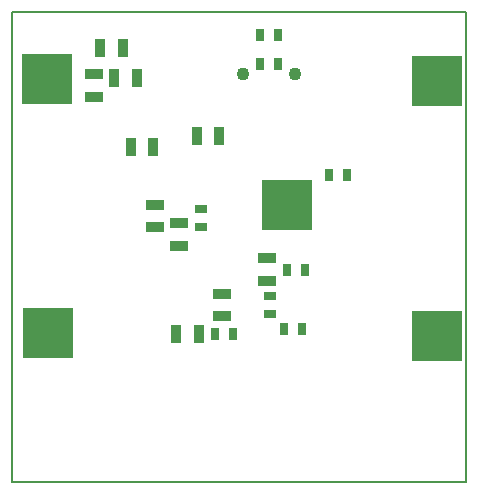
<source format=gbr>
G04 #@! TF.FileFunction,Soldermask,Bot*
%FSLAX46Y46*%
G04 Gerber Fmt 4.6, Leading zero omitted, Abs format (unit mm)*
G04 Created by KiCad (PCBNEW 4.0.2+dfsg1-stable) date Пн 23 янв 2017 07:27:42*
%MOMM*%
G01*
G04 APERTURE LIST*
%ADD10C,0.100000*%
%ADD11C,0.150000*%
%ADD12R,4.264000X4.264000*%
%ADD13R,1.500000X0.900000*%
%ADD14R,0.700000X1.100000*%
%ADD15R,0.900000X1.500000*%
%ADD16R,1.100000X0.700000*%
%ADD17C,1.099160*%
G04 APERTURE END LIST*
D10*
D11*
X179200000Y-90400000D02*
X140800000Y-90400000D01*
X179200000Y-130200000D02*
X179200000Y-90400000D01*
X140800000Y-130200000D02*
X179200000Y-130200000D01*
X140800000Y-90400000D02*
X140800000Y-130200000D01*
D12*
X143764000Y-96012000D03*
D13*
X162400000Y-113150000D03*
X162400000Y-111250000D03*
D12*
X164084000Y-106680000D03*
D14*
X165550000Y-112200000D03*
X164050000Y-112200000D03*
X158000000Y-117602000D03*
X159500000Y-117602000D03*
X165330000Y-117260000D03*
X163830000Y-117260000D03*
X163310000Y-94742000D03*
X161810000Y-94742000D03*
D13*
X147750000Y-97550000D03*
X147750000Y-95650000D03*
D15*
X149450000Y-95980000D03*
X151350000Y-95980000D03*
X158303000Y-100876100D03*
X156403000Y-100876100D03*
X156600000Y-117650000D03*
X154700000Y-117650000D03*
X150850000Y-101800000D03*
X152750000Y-101800000D03*
D13*
X154940000Y-110170000D03*
X154940000Y-108270000D03*
X158550000Y-114250000D03*
X158550000Y-116150000D03*
D15*
X148250000Y-93400000D03*
X150150000Y-93400000D03*
D13*
X152850000Y-108600000D03*
X152850000Y-106700000D03*
D14*
X169152000Y-104140000D03*
X167652000Y-104140000D03*
D12*
X143800000Y-117600000D03*
X176800000Y-117800000D03*
X176800000Y-96200000D03*
D16*
X156750000Y-108550000D03*
X156750000Y-107050000D03*
D14*
X161800000Y-92340000D03*
X163300000Y-92340000D03*
D17*
X164757100Y-95605600D03*
X160360360Y-95605600D03*
D16*
X162600000Y-114450000D03*
X162600000Y-115950000D03*
M02*

</source>
